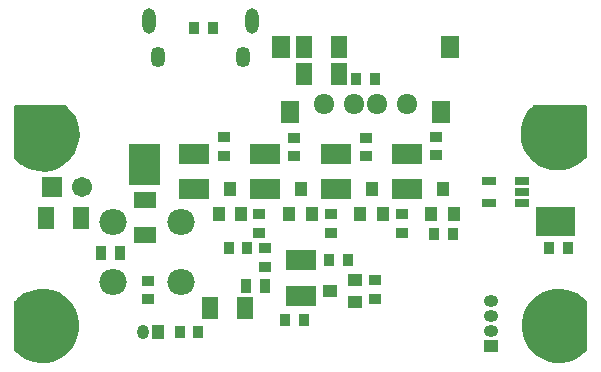
<source format=gbs>
G04*
G04 #@! TF.GenerationSoftware,Altium Limited,Altium Designer,20.2.4 (192)*
G04*
G04 Layer_Color=16711935*
%FSLAX25Y25*%
%MOIN*%
G70*
G04*
G04 #@! TF.SameCoordinates,81383B29-DD0C-412F-95FE-E9E56B5C578C*
G04*
G04*
G04 #@! TF.FilePolarity,Negative*
G04*
G01*
G75*
%ADD48R,0.03556X0.04343*%
%ADD57R,0.04343X0.03556*%
%ADD60R,0.05682X0.07600*%
%ADD65R,0.03800X0.04643*%
%ADD66O,0.09068X0.08674*%
%ADD67O,0.04343X0.08477*%
%ADD68O,0.04934X0.06902*%
%ADD69C,0.06706*%
%ADD70R,0.06706X0.06706*%
%ADD71O,0.06706X0.07099*%
%ADD72R,0.05918X0.07690*%
%ADD73C,0.16548*%
%ADD74R,0.03950X0.04800*%
%ADD75O,0.03950X0.04800*%
%ADD76O,0.04800X0.03950*%
%ADD77R,0.04800X0.03950*%
%ADD105R,0.09855X0.06706*%
%ADD106R,0.04737X0.03950*%
%ADD107R,0.03950X0.04737*%
%ADD108R,0.07600X0.05682*%
%ADD109R,0.05131X0.03162*%
G36*
X190453Y85932D02*
X190479Y85931D01*
X190505Y85929D01*
X190505Y85929D01*
X190506Y85929D01*
X190531Y85924D01*
X190557Y85919D01*
X190557Y85919D01*
X190557Y85918D01*
X190583Y85910D01*
X190606Y85902D01*
X190606Y85902D01*
X190607Y85902D01*
X190631Y85890D01*
X190653Y85879D01*
X190654Y85878D01*
X190654Y85878D01*
X190675Y85864D01*
X190697Y85849D01*
X190697Y85849D01*
X190697Y85849D01*
X190717Y85832D01*
X190736Y85815D01*
X190736Y85815D01*
X190737Y85814D01*
X190753Y85796D01*
X190771Y85776D01*
X190771Y85775D01*
X190771Y85775D01*
X190785Y85754D01*
X190800Y85732D01*
X190800Y85732D01*
X190800Y85731D01*
X190812Y85708D01*
X190823Y85685D01*
X190823Y85685D01*
X190823Y85684D01*
X190831Y85661D01*
X190840Y85635D01*
X190840Y85635D01*
X190840Y85635D01*
X190845Y85609D01*
X190850Y85584D01*
X190850Y85584D01*
X190850Y85583D01*
X190852Y85556D01*
X190854Y85532D01*
Y68996D01*
X190853Y68988D01*
X190853Y68981D01*
X190851Y68963D01*
X190850Y68944D01*
X190849Y68936D01*
X190848Y68929D01*
X190844Y68911D01*
X190840Y68892D01*
X190838Y68885D01*
X190836Y68878D01*
X190829Y68861D01*
X190823Y68843D01*
X190820Y68836D01*
X190817Y68829D01*
X190808Y68813D01*
X190800Y68796D01*
X190796Y68789D01*
X190792Y68783D01*
X190781Y68768D01*
X190771Y68752D01*
X190766Y68746D01*
X190761Y68740D01*
X190130Y67980D01*
X190126Y67975D01*
X190121Y67969D01*
X190108Y67956D01*
X190094Y67941D01*
X190089Y67937D01*
X190084Y67933D01*
X188591Y66638D01*
X188585Y66634D01*
X188580Y66629D01*
X188564Y66618D01*
X188549Y66606D01*
X188543Y66603D01*
X188538Y66599D01*
X186853Y65566D01*
X186847Y65563D01*
X186841Y65559D01*
X186823Y65551D01*
X186806Y65541D01*
X186800Y65539D01*
X186794Y65536D01*
X184963Y64792D01*
X184956Y64790D01*
X184950Y64787D01*
X184932Y64782D01*
X184913Y64776D01*
X184906Y64774D01*
X184900Y64772D01*
X182972Y64337D01*
X182965Y64336D01*
X182959Y64334D01*
X182940Y64332D01*
X182920Y64329D01*
X182913Y64329D01*
X182907Y64328D01*
X180934Y64214D01*
X180927Y64214D01*
X180920Y64213D01*
X180901Y64214D01*
X180881Y64214D01*
X180875Y64215D01*
X180868Y64215D01*
X178902Y64425D01*
X178896Y64426D01*
X178889Y64426D01*
X178870Y64430D01*
X178851Y64433D01*
X178844Y64435D01*
X178838Y64437D01*
X176933Y64964D01*
X176927Y64966D01*
X176920Y64968D01*
X176902Y64975D01*
X176883Y64982D01*
X176878Y64985D01*
X176871Y64987D01*
X175078Y65818D01*
X175072Y65822D01*
X175066Y65824D01*
X175049Y65834D01*
X175032Y65843D01*
X175027Y65847D01*
X175021Y65851D01*
X173388Y66964D01*
X173382Y66968D01*
X173377Y66972D01*
X173362Y66984D01*
X173346Y66996D01*
X173342Y67001D01*
X173337Y67005D01*
X171907Y68370D01*
X171903Y68375D01*
X171898Y68380D01*
X171885Y68395D01*
X171871Y68409D01*
X171868Y68414D01*
X171863Y68419D01*
X170676Y69999D01*
X170672Y70005D01*
X170668Y70010D01*
X170658Y70027D01*
X170647Y70043D01*
X170644Y70049D01*
X170641Y70055D01*
X169727Y71808D01*
X169725Y71814D01*
X169721Y71820D01*
X169714Y71838D01*
X169706Y71856D01*
X169704Y71862D01*
X169702Y71868D01*
X169087Y73747D01*
X169085Y73753D01*
X169083Y73760D01*
X169079Y73779D01*
X169074Y73798D01*
X169073Y73804D01*
X169071Y73811D01*
X168772Y75764D01*
X168771Y75771D01*
X168770Y75778D01*
X168769Y75797D01*
X168767Y75817D01*
X168767Y75823D01*
X168767Y75830D01*
X168790Y77806D01*
X168790Y77813D01*
X168790Y77820D01*
X168792Y77839D01*
X168794Y77859D01*
X168795Y77865D01*
X168796Y77872D01*
X169142Y79818D01*
X169143Y79825D01*
X169144Y79831D01*
X169149Y79850D01*
X169154Y79869D01*
X169157Y79875D01*
X169158Y79882D01*
X169817Y81745D01*
X169820Y81751D01*
X169822Y81758D01*
X169830Y81775D01*
X169838Y81793D01*
X169841Y81799D01*
X169844Y81805D01*
X170798Y83536D01*
X170802Y83542D01*
X170805Y83548D01*
X170816Y83564D01*
X170826Y83580D01*
X170831Y83585D01*
X170835Y83591D01*
X172058Y85143D01*
X172063Y85148D01*
X172067Y85153D01*
X172081Y85167D01*
X172094Y85182D01*
X172099Y85186D01*
X172103Y85191D01*
X172834Y85856D01*
X172847Y85867D01*
X172860Y85878D01*
X172868Y85883D01*
X172875Y85889D01*
X172890Y85898D01*
X172904Y85908D01*
X172912Y85912D01*
X172920Y85916D01*
X172936Y85923D01*
X172951Y85931D01*
X172960Y85934D01*
X172968Y85937D01*
X172984Y85942D01*
X173001Y85948D01*
X173010Y85949D01*
X173018Y85952D01*
X173035Y85954D01*
X173052Y85958D01*
X173061Y85958D01*
X173070Y85960D01*
X173087Y85960D01*
X173105Y85961D01*
X190453Y85932D01*
D02*
G37*
G36*
X17007Y85932D02*
X17014Y85932D01*
X17032Y85930D01*
X17051Y85929D01*
X17059Y85927D01*
X17066Y85927D01*
X17084Y85922D01*
X17103Y85919D01*
X17110Y85916D01*
X17117Y85914D01*
X17134Y85908D01*
X17152Y85902D01*
X17159Y85898D01*
X17166Y85896D01*
X17182Y85887D01*
X17199Y85879D01*
X17206Y85874D01*
X17212Y85871D01*
X17227Y85860D01*
X17243Y85849D01*
X17249Y85844D01*
X17255Y85840D01*
X18015Y85209D01*
X18020Y85204D01*
X18025Y85200D01*
X18039Y85186D01*
X18054Y85173D01*
X18058Y85168D01*
X18062Y85163D01*
X19357Y83669D01*
X19361Y83664D01*
X19365Y83659D01*
X19377Y83643D01*
X19389Y83627D01*
X19392Y83622D01*
X19396Y83616D01*
X20429Y81931D01*
X20432Y81925D01*
X20436Y81920D01*
X20444Y81902D01*
X20453Y81885D01*
X20456Y81879D01*
X20459Y81873D01*
X21203Y80041D01*
X21205Y80035D01*
X21208Y80029D01*
X21213Y80010D01*
X21219Y79992D01*
X21221Y79985D01*
X21223Y79979D01*
X21658Y78051D01*
X21659Y78044D01*
X21660Y78038D01*
X21663Y78018D01*
X21666Y77999D01*
X21666Y77992D01*
X21667Y77986D01*
X21781Y76012D01*
X21781Y76006D01*
X21782Y75999D01*
X21781Y75979D01*
X21781Y75960D01*
X21780Y75953D01*
X21780Y75947D01*
X21571Y73981D01*
X21569Y73975D01*
X21569Y73968D01*
X21565Y73949D01*
X21562Y73930D01*
X21560Y73923D01*
X21558Y73917D01*
X21031Y72012D01*
X21028Y72005D01*
X21027Y71999D01*
X21020Y71981D01*
X21013Y71962D01*
X21011Y71956D01*
X21008Y71950D01*
X20177Y70157D01*
X20173Y70151D01*
X20171Y70145D01*
X20161Y70128D01*
X20152Y70111D01*
X20148Y70105D01*
X20144Y70100D01*
X19031Y68466D01*
X19027Y68461D01*
X19023Y68456D01*
X19011Y68441D01*
X18999Y68425D01*
X18994Y68420D01*
X18990Y68415D01*
X17625Y66986D01*
X17620Y66981D01*
X17615Y66976D01*
X17601Y66963D01*
X17586Y66950D01*
X17581Y66947D01*
X17576Y66942D01*
X15995Y65755D01*
X15990Y65751D01*
X15985Y65747D01*
X15968Y65737D01*
X15952Y65726D01*
X15946Y65723D01*
X15940Y65720D01*
X14187Y64806D01*
X14181Y64803D01*
X14175Y64800D01*
X14157Y64793D01*
X14139Y64785D01*
X14133Y64783D01*
X14127Y64780D01*
X12248Y64166D01*
X12242Y64164D01*
X12235Y64162D01*
X12216Y64157D01*
X12197Y64152D01*
X12191Y64152D01*
X12184Y64150D01*
X10231Y63850D01*
X10224Y63850D01*
X10217Y63848D01*
X10198Y63847D01*
X10178Y63846D01*
X10172Y63846D01*
X10165Y63846D01*
X8189Y63869D01*
X8182Y63869D01*
X8175Y63869D01*
X8156Y63871D01*
X8136Y63873D01*
X8130Y63874D01*
X8123Y63875D01*
X6177Y64220D01*
X6171Y64222D01*
X6164Y64223D01*
X6145Y64228D01*
X6126Y64233D01*
X6120Y64235D01*
X6114Y64237D01*
X4250Y64896D01*
X4244Y64898D01*
X4237Y64900D01*
X4220Y64909D01*
X4202Y64916D01*
X4196Y64920D01*
X4190Y64923D01*
X2459Y65877D01*
X2453Y65881D01*
X2447Y65883D01*
X2431Y65895D01*
X2415Y65905D01*
X2410Y65909D01*
X2404Y65913D01*
X852Y67137D01*
X847Y67142D01*
X842Y67146D01*
X828Y67159D01*
X813Y67172D01*
X809Y67177D01*
X804Y67182D01*
X138Y67913D01*
X128Y67926D01*
X116Y67939D01*
X111Y67946D01*
X106Y67954D01*
X97Y67968D01*
X87Y67983D01*
X83Y67991D01*
X79Y67998D01*
X72Y68014D01*
X64Y68030D01*
X61Y68038D01*
X58Y68047D01*
X53Y68063D01*
X48Y68080D01*
X46Y68088D01*
X43Y68097D01*
X41Y68114D01*
X37Y68131D01*
X37Y68140D01*
X35Y68149D01*
X35Y68166D01*
X34Y68183D01*
X63Y85532D01*
X64Y85557D01*
X66Y85584D01*
X66Y85584D01*
X66Y85584D01*
X71Y85610D01*
X76Y85635D01*
X76Y85636D01*
X77Y85636D01*
X85Y85662D01*
X93Y85685D01*
X93Y85685D01*
X93Y85685D01*
X105Y85710D01*
X116Y85732D01*
X117Y85732D01*
X117Y85733D01*
X131Y85754D01*
X146Y85776D01*
X146Y85776D01*
X146Y85776D01*
X163Y85795D01*
X180Y85815D01*
X180Y85815D01*
X181Y85815D01*
X199Y85832D01*
X219Y85849D01*
X220Y85850D01*
X220Y85850D01*
X241Y85864D01*
X263Y85879D01*
X263Y85879D01*
X264Y85879D01*
X287Y85890D01*
X310Y85902D01*
X310Y85902D01*
X311Y85902D01*
X334Y85910D01*
X360Y85919D01*
X360Y85919D01*
X360Y85919D01*
X387Y85924D01*
X411Y85929D01*
X411Y85929D01*
X412Y85929D01*
X439Y85931D01*
X464Y85932D01*
X16999D01*
X17007Y85932D01*
D02*
G37*
G36*
X48720Y73135D02*
X48720Y59449D01*
X38386Y59449D01*
X38386Y73135D01*
X48720Y73135D01*
D02*
G37*
G36*
X186811Y42323D02*
X173819D01*
Y52067D01*
X186811D01*
Y42323D01*
D02*
G37*
G36*
X182356Y24818D02*
X182374Y24817D01*
X182382Y24816D01*
X182390Y24815D01*
X184432Y24516D01*
X184440Y24515D01*
X184448Y24514D01*
X184466Y24509D01*
X184483Y24505D01*
X184491Y24503D01*
X184499Y24501D01*
X186460Y23857D01*
X186467Y23854D01*
X186475Y23852D01*
X186491Y23845D01*
X186508Y23838D01*
X186515Y23834D01*
X186523Y23830D01*
X188345Y22862D01*
X188352Y22858D01*
X188359Y22854D01*
X188374Y22844D01*
X188390Y22834D01*
X188396Y22829D01*
X188402Y22824D01*
X190032Y21559D01*
X190039Y21553D01*
X190045Y21549D01*
X190058Y21536D01*
X190072Y21524D01*
X190077Y21518D01*
X190083Y21512D01*
X190778Y20750D01*
X190788Y20736D01*
X190799Y20724D01*
X190805Y20716D01*
X190810Y20708D01*
X190819Y20694D01*
X190829Y20680D01*
X190833Y20672D01*
X190838Y20664D01*
X190844Y20648D01*
X190852Y20633D01*
X190855Y20624D01*
X190858Y20616D01*
X190863Y20599D01*
X190869Y20583D01*
X190870Y20574D01*
X190873Y20565D01*
X190875Y20549D01*
X190879Y20532D01*
X190879Y20523D01*
X190881Y20513D01*
X190881Y20496D01*
X190882Y20480D01*
X190882Y4324D01*
X190881Y4307D01*
X190881Y4290D01*
X190879Y4281D01*
X190879Y4271D01*
X190875Y4255D01*
X190873Y4238D01*
X190870Y4229D01*
X190869Y4220D01*
X190863Y4204D01*
X190858Y4188D01*
X190855Y4179D01*
X190852Y4170D01*
X190844Y4155D01*
X190838Y4140D01*
X190833Y4132D01*
X190829Y4123D01*
X190819Y4109D01*
X190810Y4095D01*
X190805Y4087D01*
X190799Y4079D01*
X190788Y4067D01*
X190778Y4054D01*
X190083Y3291D01*
X190077Y3285D01*
X190072Y3279D01*
X190058Y3267D01*
X190045Y3255D01*
X190038Y3250D01*
X190032Y3244D01*
X188402Y1979D01*
X188396Y1974D01*
X188390Y1969D01*
X188374Y1959D01*
X188359Y1949D01*
X188352Y1946D01*
X188345Y1941D01*
X186523Y973D01*
X186515Y969D01*
X186508Y965D01*
X186492Y959D01*
X186475Y951D01*
X186467Y949D01*
X186460Y946D01*
X184499Y302D01*
X184491Y301D01*
X184483Y298D01*
X184466Y294D01*
X184448Y289D01*
X184440Y289D01*
X184432Y287D01*
X182390Y-12D01*
X182382Y-13D01*
X182374Y-14D01*
X182356Y-15D01*
X182338Y-16D01*
X182330Y-16D01*
X182322Y-16D01*
X180259Y38D01*
X180251Y38D01*
X180243Y39D01*
X180225Y41D01*
X180207Y43D01*
X180199Y44D01*
X180191Y46D01*
X178167Y451D01*
X178159Y453D01*
X178152Y455D01*
X178134Y460D01*
X178117Y465D01*
X178109Y468D01*
X178101Y470D01*
X176177Y1215D01*
X176170Y1219D01*
X176162Y1222D01*
X176146Y1230D01*
X176130Y1237D01*
X176123Y1242D01*
X176115Y1246D01*
X174347Y2308D01*
X174340Y2313D01*
X174333Y2317D01*
X174319Y2328D01*
X174304Y2338D01*
X174298Y2344D01*
X174291Y2349D01*
X172730Y3698D01*
X172724Y3704D01*
X172718Y3709D01*
X172705Y3722D01*
X172693Y3735D01*
X172687Y3741D01*
X172682Y3747D01*
X171374Y5343D01*
X171369Y5350D01*
X171364Y5356D01*
X171354Y5371D01*
X171344Y5386D01*
X171340Y5393D01*
X171335Y5400D01*
X170319Y7196D01*
X170316Y7203D01*
X170311Y7210D01*
X170304Y7227D01*
X170296Y7243D01*
X170294Y7251D01*
X170291Y7259D01*
X169596Y9202D01*
X169594Y9210D01*
X169591Y9217D01*
X169587Y9235D01*
X169582Y9252D01*
X169580Y9260D01*
X169579Y9268D01*
X169226Y11301D01*
X169225Y11310D01*
X169224Y11317D01*
X169222Y11336D01*
X169221Y11354D01*
X169221Y11362D01*
X169220Y11370D01*
X169220Y13433D01*
X169221Y13442D01*
X169220Y13450D01*
X169222Y13468D01*
X169224Y13486D01*
X169225Y13494D01*
X169226Y13502D01*
X169579Y15535D01*
X169580Y15543D01*
X169582Y15551D01*
X169587Y15568D01*
X169591Y15586D01*
X169594Y15594D01*
X169596Y15601D01*
X170291Y17545D01*
X170294Y17552D01*
X170296Y17560D01*
X170304Y17576D01*
X170311Y17593D01*
X170316Y17600D01*
X170319Y17607D01*
X171335Y19403D01*
X171340Y19410D01*
X171344Y19417D01*
X171354Y19432D01*
X171364Y19447D01*
X171369Y19453D01*
X171374Y19460D01*
X172682Y21056D01*
X172687Y21062D01*
X172693Y21068D01*
X172705Y21081D01*
X172718Y21094D01*
X172724Y21099D01*
X172730Y21105D01*
X174291Y22454D01*
X174298Y22459D01*
X174304Y22465D01*
X174318Y22475D01*
X174333Y22486D01*
X174340Y22490D01*
X174347Y22495D01*
X176115Y23558D01*
X176123Y23561D01*
X176130Y23566D01*
X176146Y23573D01*
X176162Y23582D01*
X176170Y23584D01*
X176177Y23588D01*
X178101Y24333D01*
X178109Y24335D01*
X178117Y24338D01*
X178134Y24343D01*
X178151Y24349D01*
X178159Y24350D01*
X178167Y24352D01*
X180191Y24758D01*
X180199Y24759D01*
X180207Y24760D01*
X180225Y24762D01*
X180243Y24765D01*
X180251Y24765D01*
X180259Y24765D01*
X182322Y24819D01*
X182330Y24819D01*
X182338Y24820D01*
X182356Y24818D01*
D02*
G37*
G36*
X8615Y24819D02*
X8623Y24819D01*
X10686Y24765D01*
X10694Y24765D01*
X10702Y24765D01*
X10720Y24762D01*
X10738Y24760D01*
X10746Y24759D01*
X10754Y24758D01*
X12777Y24352D01*
X12785Y24350D01*
X12793Y24349D01*
X12811Y24343D01*
X12828Y24338D01*
X12836Y24335D01*
X12844Y24333D01*
X14768Y23588D01*
X14775Y23584D01*
X14783Y23582D01*
X14799Y23573D01*
X14815Y23566D01*
X14822Y23561D01*
X14829Y23558D01*
X16598Y22495D01*
X16605Y22490D01*
X16612Y22486D01*
X16627Y22475D01*
X16641Y22465D01*
X16647Y22459D01*
X16654Y22454D01*
X18215Y21105D01*
X18221Y21099D01*
X18227Y21094D01*
X18240Y21081D01*
X18252Y21068D01*
X18257Y21062D01*
X18263Y21056D01*
X19571Y19460D01*
X19576Y19453D01*
X19581Y19447D01*
X19591Y19432D01*
X19601Y19417D01*
X19605Y19410D01*
X19610Y19403D01*
X20626Y17607D01*
X20629Y17600D01*
X20634Y17593D01*
X20641Y17576D01*
X20649Y17560D01*
X20651Y17552D01*
X20654Y17545D01*
X21349Y15601D01*
X21351Y15594D01*
X21354Y15586D01*
X21358Y15568D01*
X21363Y15551D01*
X21364Y15543D01*
X21366Y15535D01*
X21719Y13502D01*
X21720Y13494D01*
X21721Y13486D01*
X21722Y13468D01*
X21724Y13450D01*
X21724Y13442D01*
X21725Y13433D01*
X21725Y11370D01*
X21724Y11362D01*
X21724Y11354D01*
X21722Y11336D01*
X21721Y11317D01*
X21720Y11310D01*
X21719Y11301D01*
X21366Y9268D01*
X21364Y9260D01*
X21363Y9252D01*
X21358Y9235D01*
X21354Y9217D01*
X21351Y9210D01*
X21349Y9202D01*
X20654Y7259D01*
X20651Y7251D01*
X20649Y7243D01*
X20641Y7227D01*
X20634Y7210D01*
X20629Y7203D01*
X20626Y7196D01*
X19610Y5400D01*
X19605Y5393D01*
X19601Y5386D01*
X19591Y5371D01*
X19581Y5356D01*
X19576Y5350D01*
X19571Y5343D01*
X18263Y3747D01*
X18257Y3741D01*
X18252Y3735D01*
X18240Y3722D01*
X18227Y3709D01*
X18221Y3704D01*
X18215Y3698D01*
X16654Y2349D01*
X16647Y2344D01*
X16641Y2338D01*
X16626Y2328D01*
X16612Y2317D01*
X16605Y2313D01*
X16598Y2308D01*
X14829Y1246D01*
X14822Y1242D01*
X14815Y1237D01*
X14799Y1230D01*
X14783Y1222D01*
X14775Y1219D01*
X14768Y1215D01*
X12843Y470D01*
X12836Y468D01*
X12828Y465D01*
X12811Y460D01*
X12793Y455D01*
X12785Y453D01*
X12777Y451D01*
X10754Y46D01*
X10746Y44D01*
X10738Y43D01*
X10720Y41D01*
X10702Y39D01*
X10694Y38D01*
X10686Y38D01*
X8623Y-16D01*
X8615Y-16D01*
X8607Y-16D01*
X8589Y-15D01*
X8571Y-14D01*
X8563Y-13D01*
X8555Y-12D01*
X6513Y287D01*
X6505Y289D01*
X6497Y289D01*
X6479Y294D01*
X6461Y298D01*
X6454Y301D01*
X6446Y302D01*
X4485Y946D01*
X4478Y949D01*
X4470Y951D01*
X4453Y959D01*
X4437Y965D01*
X4430Y969D01*
X4422Y973D01*
X2600Y1941D01*
X2593Y1946D01*
X2586Y1949D01*
X2571Y1959D01*
X2555Y1969D01*
X2549Y1974D01*
X2542Y1979D01*
X912Y3244D01*
X906Y3250D01*
X900Y3255D01*
X887Y3267D01*
X873Y3279D01*
X868Y3285D01*
X862Y3291D01*
X167Y4054D01*
X157Y4067D01*
X146Y4079D01*
X140Y4087D01*
X134Y4095D01*
X126Y4109D01*
X116Y4123D01*
X112Y4132D01*
X107Y4140D01*
X101Y4155D01*
X93Y4170D01*
X90Y4179D01*
X86Y4188D01*
X82Y4204D01*
X76Y4220D01*
X75Y4229D01*
X72Y4238D01*
X69Y4255D01*
X66Y4271D01*
X65Y4281D01*
X64Y4290D01*
X64Y4307D01*
X63Y4324D01*
X63Y4324D01*
Y20480D01*
X64Y20496D01*
X64Y20513D01*
X65Y20523D01*
X66Y20532D01*
X69Y20549D01*
X72Y20565D01*
X75Y20574D01*
X76Y20583D01*
X82Y20599D01*
X86Y20616D01*
X90Y20624D01*
X93Y20633D01*
X101Y20648D01*
X107Y20664D01*
X112Y20672D01*
X116Y20680D01*
X126Y20694D01*
X134Y20708D01*
X140Y20716D01*
X146Y20724D01*
X157Y20736D01*
X167Y20750D01*
X862Y21512D01*
X868Y21518D01*
X873Y21524D01*
X887Y21536D01*
X900Y21549D01*
X906Y21553D01*
X912Y21559D01*
X2542Y22824D01*
X2549Y22829D01*
X2555Y22834D01*
X2571Y22844D01*
X2586Y22854D01*
X2593Y22858D01*
X2600Y22862D01*
X4422Y23830D01*
X4430Y23834D01*
X4437Y23838D01*
X4453Y23845D01*
X4470Y23852D01*
X4478Y23854D01*
X4485Y23857D01*
X6446Y24501D01*
X6454Y24503D01*
X6461Y24505D01*
X6479Y24509D01*
X6497Y24514D01*
X6505Y24515D01*
X6513Y24516D01*
X8555Y24815D01*
X8563Y24816D01*
X8571Y24817D01*
X8589Y24818D01*
X8607Y24820D01*
X8615Y24819D01*
D02*
G37*
D48*
X96496Y14450D02*
D03*
X90315D02*
D03*
X60000Y111811D02*
D03*
X66181D02*
D03*
X77736Y38368D02*
D03*
X71555D02*
D03*
X114035Y94685D02*
D03*
X120217D02*
D03*
X178405Y38500D02*
D03*
X184587D02*
D03*
X61319Y10353D02*
D03*
X55138D02*
D03*
X146201Y43110D02*
D03*
X140020D02*
D03*
X111102Y34252D02*
D03*
X104921D02*
D03*
D57*
X44660Y21328D02*
D03*
Y27509D02*
D03*
X81693Y49646D02*
D03*
Y43465D02*
D03*
X83661Y32045D02*
D03*
Y38226D02*
D03*
X105512Y49646D02*
D03*
Y43465D02*
D03*
X129134D02*
D03*
Y49646D02*
D03*
X120217Y27699D02*
D03*
Y21518D02*
D03*
X140551Y75433D02*
D03*
Y69252D02*
D03*
X117126Y68957D02*
D03*
Y75138D02*
D03*
X93405D02*
D03*
Y68957D02*
D03*
X69784Y69055D02*
D03*
Y75236D02*
D03*
D60*
X96651Y105354D02*
D03*
X108344D02*
D03*
X96651Y96457D02*
D03*
X108344D02*
D03*
X76811Y18308D02*
D03*
X65118D02*
D03*
X10545Y48366D02*
D03*
X22238D02*
D03*
D65*
X77140Y25808D02*
D03*
X83521D02*
D03*
X35179Y36713D02*
D03*
X28798D02*
D03*
D66*
X33018Y27165D02*
D03*
Y47165D02*
D03*
X55518Y27165D02*
D03*
X55518Y47165D02*
D03*
D67*
X44882Y113878D02*
D03*
X79134D02*
D03*
D68*
X47835Y101969D02*
D03*
X76181D02*
D03*
D69*
X22476Y58642D02*
D03*
D70*
X12476D02*
D03*
D71*
X130905Y86378D02*
D03*
X121063D02*
D03*
X113189D02*
D03*
X103347D02*
D03*
D72*
X142323Y83858D02*
D03*
X91929D02*
D03*
X88976Y105354D02*
D03*
X145276D02*
D03*
D73*
X8858Y76772D02*
D03*
X182087Y12402D02*
D03*
Y76772D02*
D03*
X8858Y12402D02*
D03*
D74*
X47874Y10335D02*
D03*
D75*
X42874D02*
D03*
D76*
X158957Y20551D02*
D03*
Y15551D02*
D03*
Y10551D02*
D03*
D77*
Y5551D02*
D03*
D105*
X130905Y57874D02*
D03*
Y69685D02*
D03*
X107283Y57874D02*
D03*
Y69685D02*
D03*
X83661Y57874D02*
D03*
Y69685D02*
D03*
X60039Y57874D02*
D03*
Y69685D02*
D03*
X95472Y22441D02*
D03*
Y34252D02*
D03*
D106*
X105413Y24009D02*
D03*
X113681Y20269D02*
D03*
Y27749D02*
D03*
D107*
X142795Y58071D02*
D03*
X139055Y49803D02*
D03*
X146535D02*
D03*
X119095Y58071D02*
D03*
X115354Y49803D02*
D03*
X122835D02*
D03*
X95472Y58071D02*
D03*
X91732Y49803D02*
D03*
X99213D02*
D03*
X71870Y58071D02*
D03*
X68130Y49803D02*
D03*
X75610D02*
D03*
D108*
X43701Y54272D02*
D03*
Y42579D02*
D03*
D109*
X158130Y53248D02*
D03*
Y60728D02*
D03*
X169154Y53248D02*
D03*
Y56988D02*
D03*
Y60728D02*
D03*
M02*

</source>
